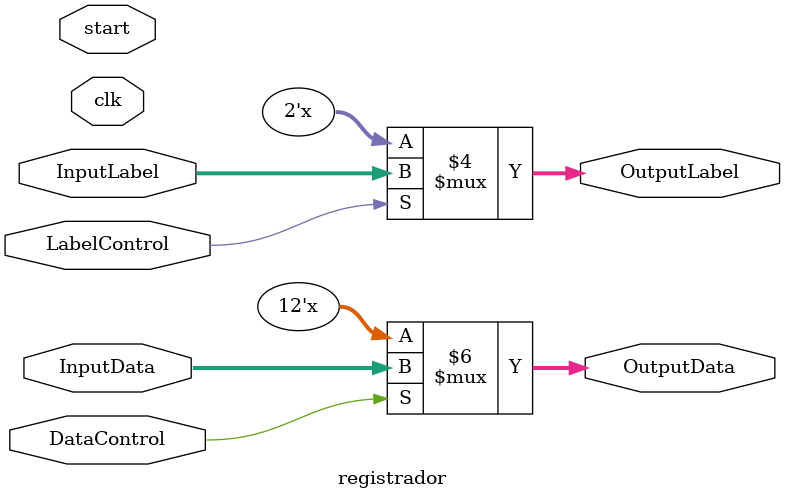
<source format=v>
/**** GUARDA DADOS DENTRO DO REG ****/

module registrador (clk, InputData, DataControl, InputLabel, LabelControl, OutputLabel, OutputData, start);
	
	input clk, DataControl, LabelControl, start;
	input [11:0] InputData;
	input [1:0] InputLabel;	
	
	output reg [11:0] OutputData;
	output reg [1:0] OutputLabel;
	
	initial begin
		OutputLabel = 2'b11;
	end
	
	always@(clk, DataControl, start)begin
		if(DataControl) begin
			OutputData <= InputData;
		end
	end
	always@(clk, LabelControl)begin
		if(LabelControl) begin
			OutputLabel <= InputLabel;
		end
	end
	
endmodule

</source>
